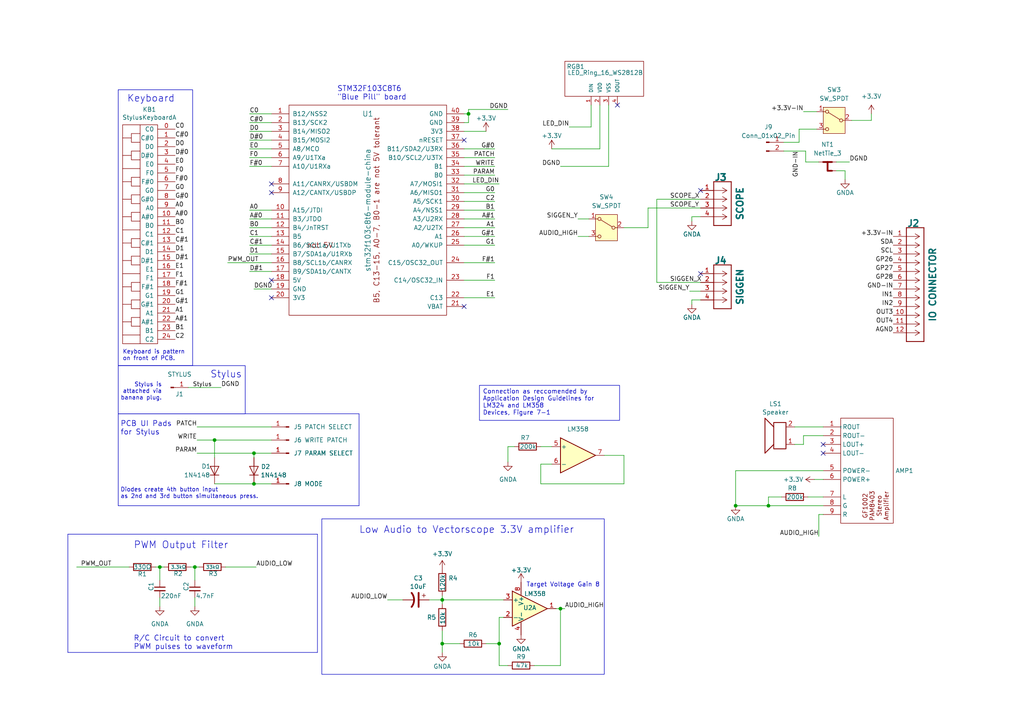
<source format=kicad_sch>
(kicad_sch (version 20231120) (generator "eeschema") (generator_version "8.0")
  (paper "A4")
  (title_block (title "Vectorscope Synthesizer") (date "2025-02-02") (rev "0.5") (company "SoftEgg") (comment 1 "Version 0.2 - T.B. Trzepacz @ SoftEgg  2024-4-7") (comment 2 "Version 0.3 - Thea @ Aisler 2024-4-8") (comment 3 "Version 0.4 - T. B. Trzepacz @ SoftEgg 2024-4-11") (comment 4 "Version 0.5 - SEGFAULT 2025-02-02"))
  (lib_symbols
    (symbol ".vector:CAP_POL" (pin_numbers hide) (pin_names (offset 0.254) hide)
      (property "Reference" "C" (at 0.635 2.54 0))
      (property "Value" "CAP_POL" (at 0.635 -2.54 0))
      (symbol "CAP_POL_0_1"
        (polyline (pts (xy -2.032 0.762) (xy 2.032 0.762)) (stroke (width 0.508)))
        (polyline (pts (xy -1.778 2.286) (xy -0.762 2.286)))
        (polyline (pts (xy -1.27 1.778) (xy -1.27 2.794)))
        (arc (start 2.032 -1.27) (mid 0 -0.5572) (end -2.032 -1.27) (stroke (width 0.508)))
      )
      (symbol "CAP_POL_1_1"
        (pin passive line (at 0 3.81 270) (length 2.794) (name "~") (number "1"))
        (pin passive line (at 0 -3.81 90) (length 3.302) (name "~") (number "2"))
      )
    )
    (symbol ".vector:GNDA" (power) (pin_names (offset 0))
      (property "Value" "GNDA" (at 0 -3.81 0))
      (symbol "GNDA_0_1"
        (polyline (pts (xy 0 0) (xy 0 -1.27) (xy 1.27 -1.27) (xy 0 -2.54) (xy -1.27 -1.27) (xy 0 -1.27)))
      )
      (symbol "GNDA_1_1"
        (pin power_in line (at 0 0 270) (length 0) hide (name "GNDA") (number "1"))
      )
    )
    (symbol ".vector:IO_JACK_M04" (pin_names (offset 1.016) hide)
      (property "Reference" "J" (at 2.54 7.62 0))
      (property "Value" "IO_JACK_M04" (at 2.54 -7.62 0))
      (symbol "IO_JACK_M04_1_1"
        (polyline (pts (xy -2.54 -6.35) (xy 2.54 -6.35)) (stroke (width 0.254)))
        (polyline (pts (xy -2.54 -3.81) (xy 1.27 -3.81)) (stroke (width 0.1524)))
        (polyline (pts (xy -2.54 -1.27) (xy 1.27 -1.27)) (stroke (width 0.1524)))
        (polyline (pts (xy -2.54 1.27) (xy 1.27 1.27)) (stroke (width 0.1524)))
        (polyline (pts (xy -2.54 3.81) (xy 1.27 3.81)) (stroke (width 0.1524)))
        (polyline (pts (xy -2.54 6.35) (xy -2.54 -6.35)) (stroke (width 0.254)))
        (polyline (pts (xy -2.54 6.35) (xy 2.54 6.35)) (stroke (width 0.254)))
        (polyline (pts (xy 1.27 -3.81) (xy 0 -4.572)) (stroke (width 0.1524)))
        (polyline (pts (xy 1.27 -3.81) (xy 0 -3.048)) (stroke (width 0.1524)))
        (polyline (pts (xy 1.27 -1.27) (xy 0 -2.032)) (stroke (width 0.1524)))
        (polyline (pts (xy 1.27 -1.27) (xy 0 -0.508)) (stroke (width 0.1524)))
        (polyline (pts (xy 1.27 1.27) (xy 0 0.508)) (stroke (width 0.1524)))
        (polyline (pts (xy 1.27 1.27) (xy 0 2.032)) (stroke (width 0.1524)))
        (polyline (pts (xy 1.27 3.81) (xy 0 3.048)) (stroke (width 0.1524)))
        (polyline (pts (xy 1.27 3.81) (xy 0 4.572)) (stroke (width 0.1524)))
        (polyline (pts (xy 2.54 6.35) (xy 2.54 -6.35)) (stroke (width 0.254)))
        (pin passive line (at -6.35 3.81 0) (length 3.81) (name "Pin_1") (number "1"))
        (pin passive line (at -6.35 1.27 0) (length 3.81) (name "Pin_2") (number "2"))
        (pin passive line (at -6.35 -1.27 0) (length 3.81) (name "Pin_3") (number "3"))
        (pin passive line (at -6.35 -3.81 0) (length 3.81) (name "Pin_4") (number "4"))
      )
    )
    (symbol ".vector:IO_JACK_M12" (pin_names (offset 1.016) hide)
      (property "Reference" "J" (at 0 17.78 0))
      (property "Value" "IO_JACK_M12" (at 0 -17.78 0))
      (symbol "IO_JACK_M12_1_1"
        (polyline (pts (xy -5.08 -16.51) (xy 0 -16.51)) (stroke (width 0.254)))
        (polyline (pts (xy -5.08 -13.97) (xy -1.27 -13.97)) (stroke (width 0.1524)))
        (polyline (pts (xy -5.08 -11.43) (xy -1.27 -11.43)) (stroke (width 0.1524)))
        (polyline (pts (xy -5.08 -8.89) (xy -1.27 -8.89)) (stroke (width 0.1524)))
        (polyline (pts (xy -5.08 -6.35) (xy -1.27 -6.35)) (stroke (width 0.1524)))
        (polyline (pts (xy -5.08 -3.81) (xy -1.27 -3.81)) (stroke (width 0.1524)))
        (polyline (pts (xy -5.08 -1.27) (xy -1.27 -1.27)) (stroke (width 0.1524)))
        (polyline (pts (xy -5.08 1.27) (xy -1.27 1.27)) (stroke (width 0.1524)))
        (polyline (pts (xy -5.08 3.81) (xy -1.27 3.81)) (stroke (width 0.1524)))
        (polyline (pts (xy -5.08 6.35) (xy -1.27 6.35)) (stroke (width 0.1524)))
        (polyline (pts (xy -5.08 8.89) (xy -1.27 8.89)) (stroke (width 0.1524)))
        (polyline (pts (xy -5.08 11.43) (xy -1.27 11.43)) (stroke (width 0.1524)))
        (polyline (pts (xy -5.08 13.97) (xy -1.27 13.97)) (stroke (width 0.1524)))
        (polyline (pts (xy -5.08 16.51) (xy -5.08 -16.51)) (stroke (width 0.254)))
        (polyline (pts (xy -5.08 16.51) (xy 0 16.51)) (stroke (width 0.254)))
        (polyline (pts (xy -1.27 -13.97) (xy -2.54 -14.732)) (stroke (width 0.1524)))
        (polyline (pts (xy -1.27 -13.97) (xy -2.54 -13.208)) (stroke (width 0.1524)))
        (polyline (pts (xy -1.27 -11.43) (xy -2.54 -12.192)) (stroke (width 0.1524)))
        (polyline (pts (xy -1.27 -11.43) (xy -2.54 -10.668)) (stroke (width 0.1524)))
        (polyline (pts (xy -1.27 -8.89) (xy -2.54 -9.652)) (stroke (width 0.1524)))
        (polyline (pts (xy -1.27 -8.89) (xy -2.54 -8.128)) (stroke (width 0.1524)))
        (polyline (pts (xy -1.27 -6.35) (xy -2.54 -7.112)) (stroke (width 0.1524)))
        (polyline (pts (xy -1.27 -6.35) (xy -2.54 -5.588)) (stroke (width 0.1524)))
        (polyline (pts (xy -1.27 -3.81) (xy -2.54 -4.572)) (stroke (width 0.1524)))
        (polyline (pts (xy -1.27 -3.81) (xy -2.54 -3.048)) (stroke (width 0.1524)))
        (polyline (pts (xy -1.27 -1.27) (xy -2.54 -2.032)) (stroke (width 0.1524)))
        (polyline (pts (xy -1.27 -1.27) (xy -2.54 -0.508)) (stroke (width 0.1524)))
        (polyline (pts (xy -1.27 1.27) (xy -2.54 0.508)) (stroke (width 0.1524)))
        (polyline (pts (xy -1.27 1.27) (xy -2.54 2.032)) (stroke (width 0.1524)))
        (polyline (pts (xy -1.27 3.81) (xy -2.54 3.048)) (stroke (width 0.1524)))
        (polyline (pts (xy -1.27 3.81) (xy -2.54 4.572)) (stroke (width 0.1524)))
        (polyline (pts (xy -1.27 6.35) (xy -2.54 5.588)) (stroke (width 0.1524)))
        (polyline (pts (xy -1.27 6.35) (xy -2.54 7.112)) (stroke (width 0.1524)))
        (polyline (pts (xy -1.27 8.89) (xy -2.54 8.128)) (stroke (width 0.1524)))
        (polyline (pts (xy -1.27 8.89) (xy -2.54 9.652)) (stroke (width 0.1524)))
        (polyline (pts (xy -1.27 11.43) (xy -2.54 10.668)) (stroke (width 0.1524)))
        (polyline (pts (xy -1.27 11.43) (xy -2.54 12.192)) (stroke (width 0.1524)))
        (polyline (pts (xy -1.27 13.97) (xy -2.54 13.208)) (stroke (width 0.1524)))
        (polyline (pts (xy -1.27 13.97) (xy -2.54 14.732)) (stroke (width 0.1524)))
        (polyline (pts (xy 0 16.51) (xy 0 -16.51)) (stroke (width 0.254)))
        (pin passive line (at -8.89 13.97 0) (length 3.81) (name "~") (number "1"))
        (pin passive line (at -8.89 -8.89 0) (length 3.81) (name "~") (number "10"))
        (pin passive line (at -8.89 -11.43 0) (length 3.81) (name "~") (number "11"))
        (pin passive line (at -8.89 -13.97 0) (length 3.81) (name "~") (number "12"))
        (pin passive line (at -8.89 11.43 0) (length 3.81) (name "~") (number "2"))
        (pin passive line (at -8.89 8.89 0) (length 3.81) (name "~") (number "3"))
        (pin passive line (at -8.89 6.35 0) (length 3.81) (name "~") (number "4"))
        (pin passive line (at -8.89 3.81 0) (length 3.81) (name "~") (number "5"))
        (pin passive line (at -8.89 1.27 0) (length 3.81) (name "~") (number "6"))
        (pin passive line (at -8.89 -1.27 0) (length 3.81) (name "~") (number "7"))
        (pin passive line (at -8.89 -3.81 0) (length 3.81) (name "~") (number "8"))
        (pin passive line (at -8.89 -6.35 0) (length 3.81) (name "~") (number "9"))
      )
    )
    (symbol ".vector:Speaker" (pin_names (offset 0.002) hide)
      (property "Reference" "LS" (at 1.27 5.715 0))
      (property "Value" "Speaker" (at 1.27 3.81 0))
      (symbol "Speaker_0_0"
        (rectangle (start -2.54 2.54) (end 1.016 -5.08) (stroke (width 0.254)))
        (polyline (pts (xy 1.016 1.27) (xy 3.556 3.81) (xy 3.556 -6.35) (xy 1.016 -3.81)) (stroke (width 0.254)))
      )
      (symbol "Speaker_1_1"
        (pin input line (at -5.08 1.27 0) (length 2.54) (name "1") (number "1"))
        (pin input line (at -5.08 -3.81 0) (length 2.54) (name "2") (number "2"))
      )
    )
    (symbol "Amplifier_Operational:LM358" (pin_names (offset 0.127))
      (property "Reference" "U" (at 0 5.08 0))
      (property "Value" "LM358" (at 0 -5.08 0))
      (symbol "LM358_1_1"
        (polyline (pts (xy -5.08 5.08) (xy 5.08 0) (xy -5.08 -5.08) (xy -5.08 5.08)) (stroke (width 0.254)) (fill (type background)))
        (pin output line (at 7.62 0 180) (length 2.54) (name "~") (number "1"))
        (pin input line (at -7.62 -2.54 0) (length 2.54) (name "-") (number "2"))
        (pin input line (at -7.62 2.54 0) (length 2.54) (name "+") (number "3"))
      )
      (symbol "LM358_2_1"
        (polyline (pts (xy -5.08 5.08) (xy 5.08 0) (xy -5.08 -5.08) (xy -5.08 5.08)) (stroke (width 0.254)) (fill (type background)))
        (pin input line (at -7.62 2.54 0) (length 2.54) (name "+") (number "5"))
        (pin input line (at -7.62 -2.54 0) (length 2.54) (name "-") (number "6"))
        (pin output line (at 7.62 0 180) (length 2.54) (name "~") (number "7"))
      )
      (symbol "LM358_3_1"
        (pin power_in line (at -2.54 -7.62 90) (length 3.81) (name "V-") (number "4"))
        (pin power_in line (at -2.54 7.62 270) (length 3.81) (name "V+") (number "8"))
      )
    )
    (symbol "Connector:Conn_01x02_Pin" (pin_names (offset 1.016) hide)
      (property "Reference" "J" (at 0 2.54 0))
      (property "Value" "Conn_01x02_Pin" (at 0 -5.08 0))
      (symbol "Conn_01x02_Pin_1_1"
        (polyline (pts (xy 1.27 -2.54) (xy 0.8636 -2.54)) (stroke (width 0.1524)))
        (polyline (pts (xy 1.27 0) (xy 0.8636 0)) (stroke (width 0.1524)))
        (rectangle (start 0.8636 -2.413) (end 0 -2.667) (stroke (width 0.1524)) (fill (type outline)))
        (rectangle (start 0.8636 0.127) (end 0 -0.127) (stroke (width 0.1524)) (fill (type outline)))
        (pin passive line (at 5.08 0 180) (length 3.81) (name "Pin_1") (number "1"))
        (pin passive line (at 5.08 -2.54 180) (length 3.81) (name "Pin_2") (number "2"))
      )
    )
    (symbol "Device:NetTie_3" (pin_numbers hide) (pin_names (offset 0) hide) (in_bom no)
      (property "Reference" "NT" (at 0 1.27 0))
      (property "Value" "NetTie_3" (at 0 -3.81 0))
      (symbol "NetTie_3_0_1"
        (polyline (pts (xy -1.27 0) (xy 1.27 0)) (stroke (width 0.508)))
        (polyline (pts (xy 0 0) (xy 0 -2.54) (xy -1.27 -2.54)) (stroke (width 0.508)))
      )
      (symbol "NetTie_3_1_1"
        (pin passive line (at -2.54 0 0) (length 2.54) (name "1") (number "1"))
        (pin passive line (at 2.54 0 180) (length 2.54) (name "2") (number "2"))
        (pin passive line (at -2.54 -2.54 0) (length 2.54) (name "3") (number "3"))
      )
    )
    (symbol "Device:R" (pin_numbers hide) (pin_names (offset 0))
      (property "Reference" "R" (at 2.032 0 90))
      (property "Value" "R" (at 0 0 90))
      (symbol "R_0_1"
        (rectangle (start -1.016 -2.54) (end 1.016 2.54) (stroke (width 0.254)))
      )
      (symbol "R_1_1"
        (pin passive line (at 0 3.81 270) (length 1.27) (name "~") (number "1"))
        (pin passive line (at 0 -3.81 90) (length 1.27) (name "~") (number "2"))
      )
    )
    (symbol "GNDA_2" (power) (pin_names (offset 0))
      (property "Value" "GNDA_2" (at 0 -3.81 0))
      (symbol "GNDA_2_0_1"
        (polyline (pts (xy 0 0) (xy 0 -1.27) (xy 1.27 -1.27) (xy 0 -2.54) (xy -1.27 -1.27) (xy 0 -1.27)))
      )
      (symbol "GNDA_2_1_1"
        (pin power_in line (at 0 0 270) (length 0) hide (name "GNDA") (number "1"))
      )
    )
    (symbol "SoftEgg:GF1002-PAM8403_Amplifier_Module"
      (property "Reference" "AMP" (at 0 12.7 0))
      (symbol "GF1002-PAM8403_Amplifier_Module_0_1"
        (rectangle (start -2.54 15.24) (end 27.94 0))
      )
      (symbol "GF1002-PAM8403_Amplifier_Module_1_1"
        (text "GF1002\nPAM8403\nStereo\nAmplifier" (at 22.86 10.16 0) (effects (font (size 1.27 1.27))))
        (pin output line (at 0 -5.08 90) (length 5.08) (name "ROUT") (number "1"))
        (pin output line (at 2.54 -5.08 90) (length 5.08) (name "ROUT-") (number "2"))
        (pin output line (at 5.08 -5.08 90) (length 5.08) (name "LOUT+") (number "3"))
        (pin output line (at 7.62 -5.08 90) (length 5.08) (name "LOUT-") (number "4"))
        (pin power_in line (at 12.7 -5.08 90) (length 5.08) (name "POWER-") (number "5"))
        (pin power_in line (at 15.24 -5.08 90) (length 5.08) (name "POWER+") (number "6"))
        (pin input line (at 20.32 -5.08 90) (length 5.08) (name "L") (number "7"))
        (pin input line (at 22.86 -5.08 90) (length 5.08) (name "G") (number "8"))
        (pin input line (at 25.4 -5.08 90) (length 5.08) (name "R") (number "9"))
      )
    )
    (symbol "SoftEgg:LED_Ring_16_WS2812B" (pin_names (offset 1.016))
      (property "Reference" "RGB" (at -7.62 8.636 0))
      (property "Value" "LED_Ring_16_WS2812B" (at -7.62 10.668 0))
      (symbol "LED_Ring_16_WS2812B_0_1"
        (rectangle (start -7.62 12.7) (end 15.24 2.54))
      )
      (symbol "LED_Ring_16_WS2812B_1_0"
        (pin input line (at 0 0 90) (length 2.54) (name "DIN") (number "1"))
        (pin power_in line (at 2.54 0 90) (length 2.54) (name "VDD") (number "2"))
        (pin power_in line (at 5.08 0 90) (length 2.54) (name "VSS") (number "3"))
        (pin output line (at 7.62 0 90) (length 2.54) (name "DOUT") (number "4"))
      )
    )
    (symbol "SoftEggKicadLib:StylusKeyboardA" (pin_names (offset 1.016))
      (property "Reference" "KB" (at -10.16 3.81 0))
      (property "Value" "StylusKeyboardA" (at -16.51 -29.21 90))
      (symbol "StylusKeyboardA_0_1"
        (rectangle (start -10.16 -54.61) (end -12.7 -57.15))
        (rectangle (start -10.16 -49.53) (end -12.7 -52.07))
        (rectangle (start -10.16 -44.45) (end -12.7 -46.99))
        (rectangle (start -10.16 -36.83) (end -12.7 -39.37))
        (rectangle (start -10.16 -31.75) (end -12.7 -34.29))
        (rectangle (start -10.16 -24.13) (end -12.7 -26.67))
        (rectangle (start -10.16 -19.05) (end -12.7 -21.59))
        (rectangle (start -10.16 -13.97) (end -12.7 -16.51))
        (rectangle (start -10.16 -6.35) (end -12.7 -8.89))
        (rectangle (start -10.16 -1.27) (end -12.7 -3.81))
        (rectangle (start -5.08 1.27) (end -15.24 -62.23))
        (polyline (pts (xy -15.24 -59.69) (xy -10.16 -59.69)))
        (polyline (pts (xy -15.24 -55.88) (xy -12.7 -55.88)))
        (polyline (pts (xy -15.24 -50.8) (xy -12.7 -50.8)))
        (polyline (pts (xy -15.24 -45.72) (xy -12.7 -45.72)))
        (polyline (pts (xy -15.24 -41.91) (xy -10.16 -41.91)))
        (polyline (pts (xy -15.24 -38.1) (xy -12.7 -38.1)))
        (polyline (pts (xy -15.24 -33.02) (xy -12.7 -33.02)))
        (polyline (pts (xy -15.24 -29.21) (xy -10.16 -29.21)))
        (polyline (pts (xy -15.24 -25.4) (xy -15.24 -25.4)))
        (polyline (pts (xy -15.24 -20.32) (xy -12.7 -20.32)))
        (polyline (pts (xy -15.24 -11.43) (xy -10.16 -11.43)))
        (polyline (pts (xy -12.7 -25.4) (xy -15.24 -25.4)))
        (polyline (pts (xy -12.7 -15.24) (xy -15.24 -15.24)))
        (polyline (pts (xy -12.7 -15.24) (xy -12.7 -15.24)))
        (polyline (pts (xy -12.7 -7.62) (xy -15.24 -7.62)))
        (polyline (pts (xy -12.7 -2.54) (xy -15.24 -2.54)))
        (polyline (pts (xy -10.16 -57.15) (xy -10.16 -62.23)))
        (polyline (pts (xy -10.16 -52.07) (xy -10.16 -54.61)))
        (polyline (pts (xy -10.16 -46.99) (xy -10.16 -49.53)))
        (polyline (pts (xy -10.16 -39.37) (xy -10.16 -44.45)))
        (polyline (pts (xy -10.16 -34.29) (xy -10.16 -36.83)))
        (polyline (pts (xy -10.16 -26.67) (xy -10.16 -31.75)))
        (polyline (pts (xy -10.16 -21.59) (xy -10.16 -24.13)))
        (polyline (pts (xy -10.16 -16.51) (xy -10.16 -19.05)))
        (polyline (pts (xy -10.16 -3.81) (xy -10.16 -6.35)))
        (polyline (pts (xy -10.16 1.27) (xy -10.16 -1.27)))
        (polyline (pts (xy -10.16 -8.89) (xy -10.16 -13.97) (xy -10.16 -11.43)))
      )
      (symbol "StylusKeyboardA_1_1"
        (pin input line (at 0 0 180) (length 5.08) (name "C0") (number "0"))
        (pin input line (at 0 -2.54 180) (length 5.08) (name "C#0") (number "1"))
        (pin input line (at 0 -25.4 180) (length 5.08) (name "A#0") (number "10"))
        (pin input line (at 0 -27.94 180) (length 5.08) (name "B0") (number "11"))
        (pin input line (at 0 -30.48 180) (length 5.08) (name "C1") (number "12"))
        (pin input line (at 0 -33.02 180) (length 5.08) (name "C#1") (number "13"))
        (pin input line (at 0 -35.56 180) (length 5.08) (name "D1") (number "14"))
        (pin input line (at 0 -38.1 180) (length 5.08) (name "D#1") (number "15"))
        (pin input line (at 0 -40.64 180) (length 5.08) (name "E1") (number "16"))
        (pin input line (at 0 -43.18 180) (length 5.08) (name "F1") (number "17"))
        (pin input line (at 0 -45.72 180) (length 5.08) (name "F#1") (number "18"))
        (pin input line (at 0 -48.26 180) (length 5.08) (name "G1") (number "19"))
        (pin input line (at 0 -5.08 180) (length 5.08) (name "D0") (number "2"))
        (pin input line (at 0 -50.8 180) (length 5.08) (name "G#1") (number "20"))
        (pin input line (at 0 -53.34 180) (length 5.08) (name "A1") (number "21"))
        (pin input line (at 0 -55.88 180) (length 5.08) (name "A#1") (number "22"))
        (pin input line (at 0 -58.42 180) (length 5.08) (name "B1") (number "23"))
        (pin input line (at 0 -60.96 180) (length 5.08) (name "C2") (number "24"))
        (pin input line (at 0 -7.62 180) (length 5.08) (name "D#0") (number "3"))
        (pin input line (at 0 -10.16 180) (length 5.08) (name "E0") (number "4"))
        (pin input line (at 0 -12.7 180) (length 5.08) (name "F0") (number "5"))
        (pin input line (at 0 -15.24 180) (length 5.08) (name "F#0") (number "6"))
        (pin input line (at 0 -17.78 180) (length 5.08) (name "G0") (number "7"))
        (pin input line (at 0 -20.32 180) (length 5.08) (name "G#0") (number "8"))
        (pin input line (at 0 -22.86 180) (length 5.08) (name "A0") (number "9"))
      )
    )
    (symbol "Stylish-Belt-Synth---Full-rescue:1N4148-diode" (pin_numbers hide) (pin_names (offset 1.016) hide)
      (property "Reference" "D" (at 0 2.54 0))
      (property "Value" "1N4148-diode" (at 0 -2.54 0))
      (symbol "1N4148-diode_0_1"
        (polyline (pts (xy -1.27 1.27) (xy -1.27 -1.27)) (stroke (width 0.2032)))
        (polyline (pts (xy 1.27 0) (xy -1.27 0)))
        (polyline (pts (xy 1.27 1.27) (xy 1.27 -1.27) (xy -1.27 0) (xy 1.27 1.27)) (stroke (width 0.2032)))
      )
      (symbol "1N4148-diode_1_1"
        (pin passive line (at -3.81 0 0) (length 2.54) (name "K") (number "1"))
        (pin passive line (at 3.81 0 180) (length 2.54) (name "A") (number "2"))
      )
    )
    (symbol "Stylish-Belt-Synth---Full-rescue:C_Small-device" (pin_numbers hide) (pin_names (offset 0.254) hide)
      (property "Reference" "C" (at 0.254 1.778 0))
      (property "Value" "C_Small-device" (at 0.254 -2.032 0))
      (symbol "C_Small-device_0_1"
        (polyline (pts (xy -1.524 -0.508) (xy 1.524 -0.508)) (stroke (width 0.3302)))
        (polyline (pts (xy -1.524 0.508) (xy 1.524 0.508)) (stroke (width 0.3048)))
      )
      (symbol "C_Small-device_1_1"
        (pin passive line (at 0 2.54 270) (length 2.032) (name "~") (number "1"))
        (pin passive line (at 0 -2.54 90) (length 2.032) (name "~") (number "2"))
      )
    )
    (symbol "Stylish-Belt-Synth---Full-rescue:Conn_01x01_Male-conn" (pin_names (offset 1.016) hide)
      (property "Reference" "J" (at 0 2.54 0))
      (property "Value" "Conn_01x01_Male-conn" (at 0 -2.54 0))
      (symbol "Conn_01x01_Male-conn_1_1"
        (polyline (pts (xy 1.27 0) (xy 0.8636 0)) (stroke (width 0.1524)))
        (rectangle (start 0.8636 0.127) (end 0 -0.127) (stroke (width 0.1524)) (fill (type outline)))
        (pin passive line (at 5.08 0 180) (length 3.81) (name "Pin_1") (number "1"))
      )
    )
    (symbol "Stylish-Belt-Synth---Full-rescue:R-device" (pin_numbers hide) (pin_names (offset 0))
      (property "Reference" "R" (at 2.032 0 90))
      (property "Value" "R-device" (at 0 0 90))
      (symbol "R-device_0_1"
        (rectangle (start -1.016 -2.54) (end 1.016 2.54) (stroke (width 0.254)))
      )
      (symbol "R-device_1_1"
        (pin passive line (at 0 3.81 270) (length 1.27) (name "~") (number "1"))
        (pin passive line (at 0 -3.81 90) (length 1.27) (name "~") (number "2"))
      )
    )
    (symbol "Stylish-Belt-Synth---Full-rescue:stm32f103c8t6-module-china-stm32f103c8t6-module-china" (pin_names (offset 1.016))
      (property "Reference" "U1" (at 0 27.94 0))
      (property "Value" "stm32f103c8t6-module-china" (at 0 0 90))
      (symbol "stm32f103c8t6-module-china-stm32f103c8t6-module-china_0_0"
        (text "B5, C13-15, A0-7, B0-1 are not 5V tolerant" (at 2.54 0 900) (effects (font (size 1.524 1.524))))
      )
      (symbol "stm32f103c8t6-module-china-stm32f103c8t6-module-china_0_1"
        (rectangle (start -22.86 30.48) (end 22.86 -30.48))
      )
      (symbol "stm32f103c8t6-module-china-stm32f103c8t6-module-china_1_0"
        (text "not 5V" (at -17.78 -10.16 0) (effects (font (size 1.524 1.524)) (justify left)))
      )
      (symbol "stm32f103c8t6-module-china-stm32f103c8t6-module-china_1_1"
        (pin bidirectional line (at -27.94 27.94 0) (length 5.08) (name "B12/NSS2") (number "1"))
        (pin bidirectional line (at -27.94 0 0) (length 5.08) (name "A15/JTDI") (number "10"))
        (pin bidirectional line (at -27.94 -2.54 0) (length 5.08) (name "B3/JTDO") (number "11"))
        (pin bidirectional line (at -27.94 -5.08 0) (length 5.08) (name "B4/JnTRST") (number "12"))
        (pin bidirectional line (at -27.94 -7.62 0) (length 5.08) (name "B5") (number "13"))
        (pin bidirectional line (at -27.94 -10.16 0) (length 5.08) (name "B6/SCL1a/U1TXb") (number "14"))
        (pin bidirectional line (at -27.94 -12.7 0) (length 5.08) (name "B7/SDA1a/U1RXb") (number "15"))
        (pin bidirectional line (at -27.94 -15.24 0) (length 5.08) (name "B8/SCL1b/CANRX") (number "16"))
        (pin bidirectional line (at -27.94 -17.78 0) (length 5.08) (name "B9/SDA1b/CANTX") (number "17"))
        (pin power_in line (at -27.94 -20.32 0) (length 5.08) (name "5V") (number "18"))
        (pin passive line (at -27.94 -22.86 0) (length 5.08) (name "GND") (number "19"))
        (pin bidirectional line (at -27.94 25.4 0) (length 5.08) (name "B13/SCK2") (number "2"))
        (pin power_out line (at -27.94 -25.4 0) (length 5.08) (name "3V3") (number "20"))
        (pin power_in line (at 27.94 -27.94 180) (length 5.08) (name "VBAT") (number "21"))
        (pin bidirectional line (at 27.94 -25.4 180) (length 5.08) (name "C13") (number "22"))
        (pin bidirectional line (at 27.94 -20.32 180) (length 5.08) (name "C14/OSC32_IN") (number "23"))
        (pin bidirectional line (at 27.94 -15.24 180) (length 5.08) (name "C15/OSC32_OUT") (number "24"))
        (pin bidirectional line (at 27.94 -10.16 180) (length 5.08) (name "A0/WKUP") (number "25"))
        (pin bidirectional line (at 27.94 -7.62 180) (length 5.08) (name "A1") (number "26"))
        (pin bidirectional line (at 27.94 -5.08 180) (length 5.08) (name "A2/U2TX") (number "27"))
        (pin bidirectional line (at 27.94 -2.54 180) (length 5.08) (name "A3/U2RX") (number "28"))
        (pin bidirectional line (at 27.94 0 180) (length 5.08) (name "A4/NSS1") (number "29"))
        (pin bidirectional line (at -27.94 22.86 0) (length 5.08) (name "B14/MISO2") (number "3"))
        (pin bidirectional line (at 27.94 2.54 180) (length 5.08) (name "A5/SCK1") (number "30"))
        (pin bidirectional line (at 27.94 5.08 180) (length 5.08) (name "A6/MISO1") (number "31"))
        (pin bidirectional line (at 27.94 7.62 180) (length 5.08) (name "A7/MOSI1") (number "32"))
        (pin bidirectional line (at 27.94 10.16 180) (length 5.08) (name "B0") (number "33"))
        (pin bidirectional line (at 27.94 12.7 180) (length 5.08) (name "B1") (number "34"))
        (pin bidirectional line (at 27.94 15.24 180) (length 5.08) (name "B10/SCL2/U3TX") (number "35"))
        (pin bidirectional line (at 27.94 17.78 180) (length 5.08) (name "B11/SDA2/U3RX") (number "36"))
        (pin bidirectional line (at 27.94 20.32 180) (length 5.08) (name "nRESET") (number "37"))
        (pin power_out line (at 27.94 22.86 180) (length 5.08) (name "3V3") (number "38"))
        (pin passive line (at 27.94 25.4 180) (length 5.08) (name "GND") (number "39"))
        (pin bidirectional line (at -27.94 20.32 0) (length 5.08) (name "B15/MOSI2") (number "4"))
        (pin passive line (at 27.94 27.94 180) (length 5.08) (name "GND") (number "40"))
        (pin bidirectional line (at -27.94 17.78 0) (length 5.08) (name "A8/MCO") (number "5"))
        (pin bidirectional line (at -27.94 15.24 0) (length 5.08) (name "A9/U1TXa") (number "6"))
        (pin bidirectional line (at -27.94 12.7 0) (length 5.08) (name "A10/U1RXa") (number "7"))
        (pin bidirectional line (at -27.94 7.62 0) (length 5.08) (name "A11/CANRX/USBDM") (number "8"))
        (pin bidirectional line (at -27.94 5.08 0) (length 5.08) (name "A12/CANTX/USBDP") (number "9"))
      )
    )
    (symbol "Switch:SW_SPDT" (pin_names (offset 0) hide)
      (property "Reference" "SW" (at 0 5.08 0))
      (property "Value" "SW_SPDT" (at 0 -5.08 0))
      (symbol "SW_SPDT_0_1"
        (circle (center -2.032 0) (radius 0.4572))
        (polyline (pts (xy -1.651 0.254) (xy 1.651 2.286)))
        (circle (center 2.032 -2.54) (radius 0.4572))
        (circle (center 2.032 2.54) (radius 0.4572))
      )
      (symbol "SW_SPDT_1_1"
        (rectangle (start -3.175 3.81) (end 3.175 -3.81) (fill (type background)))
        (pin passive line (at 5.08 2.54 180) (length 2.54) (name "A") (number "1"))
        (pin passive line (at -5.08 0 0) (length 2.54) (name "B") (number "2"))
        (pin passive line (at 5.08 -2.54 180) (length 2.54) (name "C") (number "3"))
      )
    )
    (symbol "power:+3.3V" (power) (pin_names (offset 0))
      (property "Value" "+3.3V" (at 0 3.556 0))
      (symbol "+3.3V_0_1"
        (polyline (pts (xy -0.762 1.27) (xy 0 2.54)))
        (polyline (pts (xy 0 0) (xy 0 2.54)))
        (polyline (pts (xy 0 2.54) (xy 0.762 1.27)))
      )
      (symbol "+3.3V_1_1"
        (pin power_in line (at 0 0 90) (length 0) hide (name "+3.3V") (number "1"))
      )
    )
    (symbol "power:GNDA" (power) (pin_names (offset 0))
      (property "Value" "GNDA" (at 0 -3.81 0))
      (symbol "GNDA_0_1"
        (polyline (pts (xy 0 0) (xy 0 -1.27) (xy 1.27 -1.27) (xy 0 -2.54) (xy -1.27 -1.27) (xy 0 -1.27)))
      )
      (symbol "GNDA_1_1"
        (pin power_in line (at 0 0 270) (length 0) hide (name "GNDA") (number "1"))
      )
    )
  )
  (junction (at 73.66 131.445))
  (junction (at 135.89 33.02))
  (junction (at 56.515 164.465))
  (junction (at 46.355 164.465))
  (junction (at 213.36 146.685))
  (junction (at 222.885 146.685))
  (junction (at 128.27 186.69))
  (junction (at 62.23 127.635))
  (junction (at 144.78 186.69))
  (junction (at 73.66 140.335))
  (junction (at 128.27 173.99))
  (junction (at 162.56 176.53))
  (no_connect (at 78.74 86.36))
  (no_connect (at 134.62 40.64))
  (no_connect (at 238.76 128.905))
  (no_connect (at 78.74 55.88))
  (no_connect (at 203.2 79.375))
  (no_connect (at 78.74 81.28))
  (no_connect (at 203.2 55.245))
  (no_connect (at 134.62 88.9))
  (no_connect (at 78.74 53.34))
  (no_connect (at 179.07 30.48))
  (no_connect (at 238.76 131.445))
  (wire (pts (xy 190.5 57.785) (xy 190.5 81.915)))
  (wire (pts (xy 134.62 55.88) (xy 143.51 55.88)))
  (wire (pts (xy 176.53 48.26) (xy 176.53 30.48)))
  (polyline (pts (xy 92.075 154.94) (xy 92.075 189.23)))
  (polyline (pts (xy 104.14 120.015) (xy 104.14 146.685)))
  (wire (pts (xy 78.74 127.635) (xy 62.23 127.635)))
  (wire (pts (xy 62.23 140.335) (xy 73.66 140.335)))
  (wire (pts (xy 72.39 38.1) (xy 78.74 38.1)))
  (wire (pts (xy 144.78 186.69) (xy 140.97 186.69)))
  (wire (pts (xy 156.845 129.54) (xy 160.02 129.54)))
  (wire (pts (xy 246.38 46.99) (xy 242.57 46.99)))
  (wire (pts (xy 134.62 63.5) (xy 143.51 63.5)))
  (wire (pts (xy 22.225 164.465) (xy 37.465 164.465)))
  (wire (pts (xy 233.045 32.385) (xy 236.855 32.385)))
  (wire (pts (xy 173.99 43.18) (xy 173.99 30.48)))
  (wire (pts (xy 72.39 45.72) (xy 78.74 45.72)))
  (wire (pts (xy 200.025 84.455) (xy 203.2 84.455)))
  (wire (pts (xy 200.66 62.865) (xy 203.2 62.865)))
  (wire (pts (xy 180.975 66.04) (xy 187.96 66.04)))
  (wire (pts (xy 227.33 41.275) (xy 231.775 41.275)))
  (wire (pts (xy 134.62 86.36) (xy 143.51 86.36)))
  (wire (pts (xy 72.39 73.66) (xy 78.74 73.66)))
  (wire (pts (xy 234.315 144.145) (xy 238.76 144.145)))
  (wire (pts (xy 134.62 45.72) (xy 143.51 45.72)))
  (wire (pts (xy 187.96 60.325) (xy 203.2 60.325)))
  (wire (pts (xy 190.5 81.915) (xy 203.2 81.915)))
  (wire (pts (xy 73.66 131.445) (xy 78.74 131.445)))
  (wire (pts (xy 128.27 172.72) (xy 128.27 173.99)))
  (wire (pts (xy 73.66 140.335) (xy 78.74 140.335)))
  (wire (pts (xy 72.39 66.04) (xy 78.74 66.04)))
  (wire (pts (xy 72.39 60.96) (xy 78.74 60.96)))
  (wire (pts (xy 134.62 43.18) (xy 143.51 43.18)))
  (wire (pts (xy 134.62 66.04) (xy 143.51 66.04)))
  (wire (pts (xy 245.11 52.07) (xy 245.11 49.53)))
  (polyline (pts (xy 92.075 189.23) (xy 19.685 189.23)))
  (polyline (pts (xy 19.685 154.94) (xy 19.685 189.23)))
  (wire (pts (xy 128.27 186.69) (xy 133.35 186.69)))
  (wire (pts (xy 134.62 71.12) (xy 143.51 71.12)))
  (wire (pts (xy 134.62 60.96) (xy 143.51 60.96)))
  (wire (pts (xy 180.975 132.08) (xy 175.26 132.08)))
  (wire (pts (xy 135.89 35.56) (xy 135.89 33.02)))
  (wire (pts (xy 233.045 126.365) (xy 238.76 126.365)))
  (wire (pts (xy 72.39 68.58) (xy 78.74 68.58)))
  (wire (pts (xy 72.39 78.74) (xy 78.74 78.74)))
  (wire (pts (xy 230.505 128.905) (xy 233.045 128.905)))
  (wire (pts (xy 128.27 173.99) (xy 128.27 175.26)))
  (wire (pts (xy 66.04 76.2) (xy 78.74 76.2)))
  (wire (pts (xy 128.27 186.69) (xy 128.27 182.88)))
  (wire (pts (xy 237.49 155.575) (xy 237.49 149.225)))
  (wire (pts (xy 78.74 123.825) (xy 57.15 123.825)))
  (wire (pts (xy 162.56 176.53) (xy 163.83 176.53)))
  (wire (pts (xy 252.73 34.925) (xy 252.73 33.02)))
  (wire (pts (xy 165.1 36.83) (xy 171.45 36.83)))
  (wire (pts (xy 236.22 139.065) (xy 238.76 139.065)))
  (wire (pts (xy 167.64 63.5) (xy 170.815 63.5)))
  (wire (pts (xy 227.33 43.815) (xy 233.68 43.815)))
  (wire (pts (xy 190.5 57.785) (xy 203.2 57.785)))
  (wire (pts (xy 134.62 48.26) (xy 143.51 48.26)))
  (wire (pts (xy 134.62 68.58) (xy 143.51 68.58)))
  (wire (pts (xy 144.78 179.07) (xy 144.78 186.69)))
  (wire (pts (xy 187.96 60.325) (xy 187.96 66.04)))
  (wire (pts (xy 72.39 63.5) (xy 78.74 63.5)))
  (wire (pts (xy 72.39 40.64) (xy 78.74 40.64)))
  (wire (pts (xy 46.355 164.465) (xy 47.625 164.465)))
  (wire (pts (xy 56.515 173.355) (xy 56.515 175.895)))
  (wire (pts (xy 72.39 43.18) (xy 78.74 43.18)))
  (wire (pts (xy 72.39 35.56) (xy 78.74 35.56)))
  (wire (pts (xy 233.68 46.99) (xy 237.49 46.99)))
  (wire (pts (xy 222.885 146.685) (xy 238.76 146.685)))
  (wire (pts (xy 147.32 129.54) (xy 147.32 133.985)))
  (wire (pts (xy 72.39 33.02) (xy 78.74 33.02)))
  (wire (pts (xy 134.62 58.42) (xy 143.51 58.42)))
  (wire (pts (xy 146.05 179.07) (xy 144.78 179.07)))
  (wire (pts (xy 154.94 193.04) (xy 162.56 193.04)))
  (wire (pts (xy 160.02 134.62) (xy 156.845 134.62)))
  (wire (pts (xy 222.885 144.145) (xy 222.885 146.685)))
  (wire (pts (xy 156.845 134.62) (xy 156.845 140.335)))
  (wire (pts (xy 72.39 71.12) (xy 78.74 71.12)))
  (wire (pts (xy 180.975 140.335) (xy 180.975 132.08)))
  (wire (pts (xy 73.66 131.445) (xy 73.66 132.715)))
  (wire (pts (xy 128.27 173.99) (xy 146.05 173.99)))
  (wire (pts (xy 55.245 164.465) (xy 56.515 164.465)))
  (wire (pts (xy 135.89 33.02) (xy 135.89 31.75)))
  (wire (pts (xy 134.62 35.56) (xy 135.89 35.56)))
  (wire (pts (xy 46.355 173.355) (xy 46.355 175.895)))
  (wire (pts (xy 124.46 173.99) (xy 128.27 173.99)))
  (wire (pts (xy 112.395 173.99) (xy 116.84 173.99)))
  (wire (pts (xy 65.405 164.465) (xy 74.295 164.465)))
  (wire (pts (xy 57.15 131.445) (xy 73.66 131.445)))
  (wire (pts (xy 128.27 186.69) (xy 128.27 189.23)))
  (wire (pts (xy 226.695 144.145) (xy 222.885 144.145)))
  (wire (pts (xy 237.49 149.225) (xy 238.76 149.225)))
  (polyline (pts (xy 34.29 146.685) (xy 34.29 120.015)))
  (wire (pts (xy 231.775 37.465) (xy 236.855 37.465)))
  (wire (pts (xy 200.66 86.995) (xy 200.66 88.265)))
  (wire (pts (xy 144.78 193.04) (xy 144.78 186.69)))
  (wire (pts (xy 200.66 62.865) (xy 200.66 64.135)))
  (wire (pts (xy 213.36 136.525) (xy 238.76 136.525)))
  (wire (pts (xy 233.68 43.815) (xy 233.68 46.99)))
  (wire (pts (xy 245.11 49.53) (xy 242.57 49.53)))
  (polyline (pts (xy 19.685 154.94) (xy 92.075 154.94)))
  (wire (pts (xy 162.56 48.26) (xy 176.53 48.26)))
  (wire (pts (xy 56.515 164.465) (xy 57.785 164.465)))
  (wire (pts (xy 200.66 86.995) (xy 203.2 86.995)))
  (wire (pts (xy 167.64 68.58) (xy 170.815 68.58)))
  (wire (pts (xy 213.36 136.525) (xy 213.36 146.685)))
  (wire (pts (xy 134.62 81.28) (xy 143.51 81.28)))
  (wire (pts (xy 160.02 43.18) (xy 173.99 43.18)))
  (wire (pts (xy 231.775 41.275) (xy 231.775 37.465)))
  (wire (pts (xy 171.45 36.83) (xy 171.45 30.48)))
  (wire (pts (xy 230.505 123.825) (xy 238.76 123.825)))
  (wire (pts (xy 156.845 140.335) (xy 180.975 140.335)))
  (wire (pts (xy 134.62 33.02) (xy 135.89 33.02)))
  (wire (pts (xy 78.74 83.82) (xy 73.66 83.82)))
  (wire (pts (xy 247.015 34.925) (xy 252.73 34.925)))
  (wire (pts (xy 62.23 127.635) (xy 62.23 132.715)))
  (wire (pts (xy 161.29 176.53) (xy 162.56 176.53)))
  (wire (pts (xy 72.39 48.26) (xy 78.74 48.26)))
  (wire (pts (xy 134.62 76.2) (xy 143.51 76.2)))
  (wire (pts (xy 54.61 112.395) (xy 64.135 112.395)))
  (wire (pts (xy 46.355 164.465) (xy 46.355 168.275)))
  (wire (pts (xy 134.62 38.1) (xy 140.97 38.1)))
  (wire (pts (xy 233.045 128.905) (xy 233.045 126.365)))
  (wire (pts (xy 45.085 164.465) (xy 46.355 164.465)))
  (wire (pts (xy 162.56 193.04) (xy 162.56 176.53)))
  (polyline (pts (xy 34.29 120.015) (xy 104.14 120.015)))
  (wire (pts (xy 144.78 193.04) (xy 147.32 193.04)))
  (wire (pts (xy 135.89 31.75) (xy 147.32 31.75)))
  (wire (pts (xy 134.62 50.8) (xy 143.51 50.8)))
  (wire (pts (xy 213.36 146.685) (xy 222.885 146.685)))
  (wire (pts (xy 149.225 129.54) (xy 147.32 129.54)))
  (polyline (pts (xy 104.14 146.685) (xy 34.29 146.685)))
  (wire (pts (xy 57.15 127.635) (xy 62.23 127.635)))
  (wire (pts (xy 56.515 164.465) (xy 56.515 168.275)))
  (wire (pts (xy 134.62 53.34) (xy 144.78 53.34)))
  (rectangle (start 34.29 106.045) (end 71.12 120.015))
  (rectangle (start 93.345 150.495) (end 175.26 195.58))
  (rectangle (start 34.29 26.035) (end 55.88 106.045))
  (text_box "Connection as reccomended by Application Design Guidelines for LM324 and LM358\nDevices, Figure 7-1 " (at 139.065 111.76 0) (size 40.64 10.16) (effects (font (size 1.27 1.27)) (justify left top)))
  (text "Stylus" (at 60.96 109.855 0) (effects (font (size 2 2)) (justify left bottom)))
  (text "PWM Output Filter" (at 38.735 159.385 0) (effects (font (size 2.0066 2.0066)) (justify left bottom)))
  (text "STM32F103C8T6\n\"Blue Pill\" board" (at 97.79 29.21 0) (effects (font (size 1.524 1.524)) (justify left bottom)))
  (text "Target Voltage Gain 8" (at 163.322 169.672 0) (effects (font (size 1.27 1.27))))
  (text "R/C Circuit to convert \nPWM pulses to waveform" (at 38.735 188.595 0) (effects (font (size 1.524 1.524)) (justify left bottom)))
  (text "Keyboard is pattern \non front of PCB." (at 35.56 104.775 0) (effects (font (size 1.1938 1.1938)) (justify left bottom)))
  (text "PCB UI Pads\nfor Stylus" (at 34.925 126.365 0) (effects (font (size 1.524 1.524)) (justify left bottom)))
  (text "Keyboard" (at 36.83 29.845 0) (effects (font (size 2 2)) (justify left bottom)))
  (text "Low Audio to Vectorscope 3.3V amplifier" (at 104.14 154.94 0) (effects (font (size 2.0066 2.0066)) (justify left bottom)))
  (text "Stylus is\nattached via\nbanana plug." (at 46.99 116.205 0) (effects (font (size 1.1938 1.1938)) (justify right bottom)))
  (text "Diodes create 4th button input\nas 2nd and 3rd button simultaneous press." (at 34.925 144.78 0) (effects (font (size 1.1938 1.1938)) (justify left bottom)))
  (label "D#0" (at 72.39 40.64 0))
  (label "F0" (at 50.8 50.165 0))
  (label "A#0" (at 50.8 62.865 0))
  (label "GP28" (at 259.08 81.28 180))
  (label "D#0" (at 50.8 45.085 0))
  (label "A1" (at 143.51 66.04 180))
  (label "D1" (at 50.8 73.025 0))
  (label "F#1" (at 50.8 83.185 0))
  (label "AUDIO_HIGH" (at 237.49 155.575 180))
  (label "G#0" (at 143.51 43.18 180))
  (label "D0" (at 72.39 38.1 0))
  (label "IN1" (at 259.08 86.36 180))
  (label "D#1" (at 72.39 78.74 0))
  (label "G1" (at 143.51 71.12 180))
  (label "DGND" (at 64.135 112.395 0))
  (label "GND-IN" (at 259.08 83.82 180))
  (label "DGND" (at 246.38 46.99 0))
  (label "+3.3V-IN" (at 259.08 68.58 180))
  (label "B0" (at 72.39 66.04 0))
  (label "B1" (at 50.8 95.885 0))
  (label "C1" (at 50.8 67.945 0))
  (label "C0" (at 50.8 37.465 0))
  (label "B1" (at 143.51 60.96 180))
  (label "+3.3V-IN" (at 233.045 32.385 180))
  (label "G#1" (at 143.51 68.58 180))
  (label "C#0" (at 50.8 40.005 0))
  (label "D#1" (at 50.8 75.565 0))
  (label "SIGGEN_Y" (at 167.64 63.5 180))
  (label "AUDIO_HIGH" (at 163.83 176.53 0))
  (label "WRITE" (at 57.15 127.635 180))
  (label "G#0" (at 50.8 57.785 0))
  (label "WRITE" (at 143.51 48.26 180))
  (label "PWM_OUT" (at 66.04 76.2 0))
  (label "C#1" (at 72.39 71.12 0))
  (label "B0" (at 50.8 65.405 0))
  (label "F#1" (at 143.51 76.2 180))
  (label "SCOPE_Y" (at 194.31 60.325 0))
  (label "C#1" (at 50.8 70.485 0))
  (label "DGND" (at 162.56 48.26 180))
  (label "A#0" (at 72.39 63.5 0))
  (label "PATCH" (at 143.51 45.72 180))
  (label "G0" (at 50.8 55.245 0))
  (label "GP27" (at 259.08 78.74 180))
  (label "C2" (at 143.51 58.42 180))
  (label "A0" (at 50.8 60.325 0))
  (label "E1" (at 50.8 78.105 0))
  (label "OUT4" (at 259.08 93.98 180))
  (label "PWM_OUT" (at 32.385 164.465 180))
  (label "DGND" (at 73.66 83.82 0))
  (label "SIGGEN_Y" (at 200.025 84.455 180))
  (label "GND-IN" (at 231.775 43.815 270))
  (label "G#1" (at 50.8 88.265 0))
  (label "A1" (at 50.8 90.805 0))
  (label "E1" (at 143.51 86.36 180))
  (label "D1" (at 72.39 73.66 0))
  (label "G0" (at 143.51 55.88 180))
  (label "A0" (at 72.39 60.96 0))
  (label "OUT3" (at 259.08 91.44 180))
  (label "DGND" (at 147.32 31.75 180))
  (label "LED_DIN" (at 165.1 36.83 180))
  (label "E0" (at 50.8 47.625 0))
  (label "SCOPE_X" (at 194.31 57.785 0))
  (label "A#1" (at 50.8 93.345 0))
  (label "C0" (at 72.39 33.02 0))
  (label "F1" (at 143.51 81.28 180))
  (label "Stylus" (at 55.88 112.395 0) (effects (font (size 1.1938 1.1938))))
  (label "D0" (at 50.8 42.545 0))
  (label "PATCH" (at 57.15 123.825 180))
  (label "SIGGEN_X" (at 194.31 81.915 0))
  (label "F0" (at 72.39 45.72 0))
  (label "GP26" (at 259.08 76.2 180))
  (label "PARAM" (at 57.15 131.445 180))
  (label "F1" (at 50.8 80.645 0))
  (label "AUDIO_LOW" (at 74.295 164.465 0))
  (label "F#0" (at 50.8 52.705 0))
  (label "SCL" (at 259.08 73.66 180))
  (label "AUDIO_HIGH" (at 167.64 68.58 180))
  (label "SDA" (at 259.08 71.12 180))
  (label "G1" (at 50.8 85.725 0))
  (label "C2" (at 50.8 98.425 0))
  (label "F#0" (at 72.39 48.26 0))
  (label "AGND" (at 259.08 96.52 180))
  (label "IN2" (at 259.08 88.9 180))
  (label "LED_DIN" (at 144.78 53.34 180))
  (label "PARAM" (at 143.51 50.8 180))
  (label "AUDIO_LOW" (at 112.395 173.99 180))
  (label "C#0" (at 72.39 35.56 0))
  (label "C1" (at 72.39 68.58 0))
  (label "A#1" (at 143.51 63.5 180))
  (label "E0" (at 72.39 43.18 0))
  (symbol (lib_id "Stylish-Belt-Synth---Full-rescue:R-device") (at 51.435 164.465 270) (unit 1)
    (property "Reference" "R2" (at 50.292 166.37 90) (effects (justify left)))
    (property "Value" "3.3kΩ" (at 49.53 164.465 90) (effects (font (size 0.9906 0.9906)) (justify left)))
    (property "Footprint" "SoftEggKiCAD:R_Axial_DIN0204_L3.6mm_D1.6mm_P3.81mm_Horizontal+SMD804" (effects (hide yes)))
  )
  (symbol (lib_id "Switch:SW_SPDT") (at 175.895 66.04 0) (mirror y) (unit 1)
    (property "Reference" "SW4" (at 175.895 57.15 0))
    (property "Value" "SW_SPDT" (at 175.895 59.69 0))
    (property "Footprint" "Connector_PinHeader_2.54mm:PinHeader_1x03_P2.54mm_Vertical" (effects (hide yes)))
    (property "Description" "Switch, single pole double throw" (effects (hide yes)))
  )
  (symbol (lib_id "Device:R") (at 153.035 129.54 90) (unit 1)
    (property "Reference" "R7" (at 153.67 127 90) (effects (justify left)))
    (property "Value" "200k" (at 155.575 129.54 90) (effects (justify left)))
    (property "Footprint" "Diode+THT+SMD:R_Axial_DIN0204_L3.6mm_D1.6mm_P7.62mm_Horizontal+SMD804" (effects (hide yes)))
  )
  (symbol (lib_id "power:+3.3V") (at 140.97 38.1 0) (unit 1)
    (property "Reference" "#PWR08" (effects (hide yes)))
    (property "Value" "+3.3V" (at 140.97 34.29 0))
  )
  (symbol (lib_id "Stylish-Belt-Synth---Full-rescue:Conn_01x01_Male-conn") (at 49.53 112.395 0) (mirror x) (unit 1)
    (property "Reference" "J1" (at 52.07 114.3 0))
    (property "Value" "STYLUS" (at 52.07 108.585 0))
    (property "Footprint" "SoftEggKiCAD:SmallRoundTouchPad" (effects (hide yes)))
  )
  (symbol (lib_id "power:+3.3V") (at 160.02 43.18 0) (mirror y) (unit 1)
    (property "Reference" "#PWR05" (effects (hide yes)))
    (property "Value" "+3.3V" (at 160.02 39.37 0))
  )
  (symbol (lib_id "SoftEgg:GF1002-PAM8403_Amplifier_Module") (at 243.84 123.825 270) (unit 1)
    (property "Reference" "AMP1" (at 259.715 136.525 90) (effects (justify left)))
    (property "Value" "~" (at 243.84 123.825 0))
    (property "Footprint" "SoftEggKiCAD:GF1002-PAM8403_Amplifier_Module" (effects (hide yes)))
  )
  (symbol (lib_id "Switch:SW_SPDT") (at 241.935 34.925 0) (mirror y) (unit 1)
    (property "Reference" "SW3" (at 241.935 26.035 0))
    (property "Value" "SW_SPDT" (at 241.935 28.575 0))
    (property "Footprint" "Connector_PinHeader_2.54mm:PinHeader_1x03_P2.54mm_Vertical" (effects (hide yes)))
    (property "Description" "Switch, single pole double throw" (effects (hide yes)))
  )
  (symbol (lib_id "Stylish-Belt-Synth---Full-rescue:Conn_01x01_Male-conn") (at 83.82 127.635 180) (unit 1)
    (property "Reference" "J6" (at 86.36 127.635 0))
    (property "Value" "WRITE PATCH" (at 88.265 127.635 0) (effects (justify right)))
    (property "Footprint" "SoftEggKiCAD:SmallRoundTouchPad" (effects (hide yes)))
  )
  (symbol (lib_id "Stylish-Belt-Synth---Full-rescue:Conn_01x01_Male-conn") (at 83.82 131.445 180) (unit 1)
    (property "Reference" "J7" (at 86.36 131.445 0))
    (property "Value" "PARAM SELECT" (at 88.265 131.445 0) (effects (justify right)))
    (property "Footprint" "SoftEggKiCAD:SmallRoundTouchPad" (effects (hide yes)))
  )
  (symbol (lib_id "power:+3.3V") (at 151.13 168.91 0) (mirror y) (unit 1)
    (property "Reference" "#PWR010" (effects (hide yes)))
    (property "Value" "+3.3V" (at 151.13 165.354 0))
  )
  (symbol (lib_id "Stylish-Belt-Synth---Full-rescue:Conn_01x01_Male-conn") (at 83.82 123.825 180) (unit 1)
    (property "Reference" "J5" (at 86.36 123.825 0))
    (property "Value" "PATCH SELECT" (at 88.265 123.825 0) (effects (justify right)))
    (property "Footprint" "SoftEggKiCAD:SmallRoundTouchPad" (effects (hide yes)))
  )
  (symbol (lib_id "power:GNDA") (at 128.27 189.23 0) (unit 1)
    (property "Reference" "#PWR07" (effects (hide yes)))
    (property "Value" "GNDA" (at 128.27 193.294 0))
  )
  (symbol (lib_id ".vector:GNDA") (at 200.66 88.265 0) (unit 1)
    (property "Reference" "#PWR016" (effects (hide yes)))
    (property "Value" "GNDA" (at 200.66 92.075 0))
  )
  (symbol (lib_id "Amplifier_Operational:LM358") (at 153.67 176.53 0) (unit 3)
    (property "Reference" "U2" (effects (hide yes)))
    (property "Value" "LM358" (effects (hide yes)))
    (property "Footprint" "Package_DIP:DIP-8_W7.62mm_LongPads" (effects (hide yes)))
    (property "Datasheet" "http://www.ti.com/lit/ds/symlink/lm2904-n.pdf" (effects (hide yes)))
    (property "Description" "Low-Power, Dual Operational Amplifiers, DIP-8/SOIC-8/TO-99-8" (effects (hide yes)))
  )
  (symbol (lib_name "GNDA_2") (lib_id "power:GNDA") (at 56.515 175.895 0) (unit 1)
    (property "Reference" "#PWR03" (effects (hide yes)))
    (property "Value" "GNDA" (at 56.515 180.975 0))
  )
  (symbol (lib_id "Stylish-Belt-Synth---Full-rescue:C_Small-device") (at 56.515 170.815 0) (unit 1)
    (property "Reference" "C2" (at 53.975 171.45 90) (effects (justify left)))
    (property "Value" "4.7nF" (at 56.769 172.847 0) (effects (justify left)))
    (property "Footprint" "SoftEggKiCAD:C_Disc_D5.0mm_W2.5mm_P5.00mm+SMD" (effects (hide yes)))
  )
  (symbol (lib_id ".vector:GNDA") (at 245.11 52.07 0) (mirror y) (unit 1)
    (property "Reference" "#PWR013" (effects (hide yes)))
    (property "Value" "GNDA" (at 245.11 55.88 0))
  )
  (symbol (lib_id ".vector:IO_JACK_M04") (at 209.55 83.185 0) (unit 1)
    (property "Reference" "J4" (at 207.01 75.565 0) (effects (font (size 1.905 1.905) (bold yes)) (justify left)))
    (property "Value" "SIGGEN" (at 213.36 83.185 90) (effects (font (size 1.905 1.905) (bold yes)) (justify top)))
    (property "Footprint" "Connector_PinSocket_2.54mm:PinSocket_1x04_P2.54mm_Horizontal" (effects (hide yes)))
  )
  (symbol (lib_id "Stylish-Belt-Synth---Full-rescue:1N4148-diode") (at 73.66 136.525 90) (unit 1)
    (property "Reference" "D2" (at 75.6666 135.3566 90) (effects (justify right)))
    (property "Value" "1N4148" (at 75.565 137.795 90) (effects (justify right)))
    (property "Footprint" "SoftEggKiCAD:D_DO-35_SOD27_P7.62mm_Horizontal+SMD" (effects (hide yes)))
    (property "Datasheet" "http://www.nxp.com/documents/data_sheet/1N4148_1N4448.pdf" (effects (hide yes)))
  )
  (symbol (lib_id "Device:R") (at 230.505 144.145 90) (unit 1)
    (property "Reference" "R8" (at 231.14 141.605 90) (effects (justify left)))
    (property "Value" "200k" (at 233.045 144.145 90) (effects (justify left)))
    (property "Footprint" "Diode+THT+SMD:R_Axial_DIN0204_L3.6mm_D1.6mm_P7.62mm_Horizontal+SMD804" (effects (hide yes)))
  )
  (symbol (lib_id ".vector:IO_JACK_M04") (at 209.55 59.055 0) (unit 1)
    (property "Reference" "J3" (at 207.01 51.435 0) (effects (font (size 1.905 1.905) (bold yes)) (justify left)))
    (property "Value" "SCOPE" (at 213.36 59.055 90) (effects (font (size 1.905 1.905) (bold yes)) (justify top)))
    (property "Footprint" "Connector_PinSocket_2.54mm:PinSocket_1x04_P2.54mm_Horizontal" (effects (hide yes)))
  )
  (symbol (lib_id "power:+3.3V") (at 128.27 165.1 0) (mirror y) (unit 1)
    (property "Reference" "#PWR011" (effects (hide yes)))
    (property "Value" "+3.3V" (at 128.27 160.655 0))
  )
  (symbol (lib_id ".vector:Speaker") (at 225.425 127.635 180) (unit 1)
    (property "Reference" "LS1" (at 224.917 117.1407 0))
    (property "Value" "Speaker" (at 224.917 119.5649 0))
    (property "Footprint" "Connector_PinSocket_2.54mm:PinSocket_1x02_P2.54mm_Vertical" (effects (hide yes)))
  )
  (symbol (lib_id "SoftEggKicadLib:StylusKeyboardA") (at 50.8 37.465 0) (unit 1)
    (property "Reference" "KB1" (at 43.3324 31.75 0))
    (property "Value" "StylusKeyboardA" (at 43.3324 34.0614 0))
    (property "Footprint" "vectorscope-synth:StylusKeyboard" (effects (hide yes)))
  )
  (symbol (lib_id "Device:R") (at 128.27 179.07 0) (unit 1)
    (property "Reference" "R5" (at 123.825 179.07 0) (effects (justify left)))
    (property "Value" "10k" (at 128.397 181.102 90) (effects (justify left)))
    (property "Footprint" "SoftEggKiCAD:R_Axial_DIN0204_L3.6mm_D1.6mm_P5mm_Horizontal+SMD804" (effects (hide yes)))
  )
  (symbol (lib_id "Stylish-Belt-Synth---Full-rescue:C_Small-device") (at 46.355 170.815 0) (unit 1)
    (property "Reference" "C1" (at 43.815 171.45 90) (effects (justify left)))
    (property "Value" "220nF" (at 46.609 172.847 0) (effects (justify left)))
    (property "Footprint" "SoftEggKiCAD:C_Disc_D5.0mm_W2.5mm_P5.00mm+SMD" (effects (hide yes)))
  )
  (symbol (lib_id ".vector:IO_JACK_M12") (at 267.97 82.55 0) (unit 1)
    (property "Reference" "J2" (at 262.89 64.77 0) (effects (font (size 1.905 1.905) (bold yes)) (justify left)))
    (property "Value" "IO CONNECTOR" (at 269.24 82.55 90) (effects (font (size 1.905 1.905) (bold yes)) (justify top)))
    (property "Footprint" "Connector_PinSocket_2.54mm:PinSocket_1x12_P2.54mm_Horizontal" (effects (hide yes)))
  )
  (symbol (lib_id "Stylish-Belt-Synth---Full-rescue:stm32f103c8t6-module-china-stm32f103c8t6-module-china") (at 106.68 60.96 0) (unit 1)
    (property "Reference" "U1" (at 106.68 33.02 0) (effects (font (size 1.524 1.524))))
    (property "Value" "stm32f103c8t6-module-china" (at 106.68 60.96 90) (effects (font (size 1.524 1.524))))
    (property "Footprint" "SoftEggKiCAD:stm32f103c8t6-module-china-smd" (effects (hide yes)))
  )
  (symbol (lib_id "Amplifier_Operational:LM358") (at 167.64 132.08 0) (unit 2)
    (property "Reference" "U2" (effects (hide yes)))
    (property "Value" "LM358" (at 167.64 124.46 0))
    (property "Footprint" "Package_DIP:DIP-8_W7.62mm_LongPads" (effects (hide yes)))
    (property "Datasheet" "http://www.ti.com/lit/ds/symlink/lm2904-n.pdf" (effects (hide yes)))
    (property "Description" "Low-Power, Dual Operational Amplifiers, DIP-8/SOIC-8/TO-99-8" (effects (hide yes)))
  )
  (symbol (lib_id "power:GNDA") (at 46.355 175.895 0) (unit 1)
    (property "Reference" "#PWR02" (effects (hide yes)))
    (property "Value" "GNDA" (at 46.355 180.975 0))
  )
  (symbol (lib_id ".vector:CAP_POL") (at 120.65 173.99 270) (unit 1)
    (property "Reference" "C3" (at 121.285 167.6867 90))
    (property "Value" "10uF" (at 121.285 170.1109 90))
    (property "Footprint" "Capacitor_THT:CP_Radial_D5.0mm_P2.50mm" (effects (hide yes)))
  )
  (symbol (lib_id "Stylish-Belt-Synth---Full-rescue:R-device") (at 61.595 164.465 270) (unit 1)
    (property "Reference" "R3" (at 60.452 166.37 90) (effects (justify left)))
    (property "Value" "33kΩ" (at 59.69 164.465 90) (effects (font (size 0.9906 0.9906)) (justify left)))
    (property "Footprint" "SoftEggKiCAD:R_Axial_DIN0204_L3.6mm_D1.6mm_P3.81mm_Horizontal+SMD804" (effects (hide yes)))
  )
  (symbol (lib_id "Device:R") (at 151.13 193.04 90) (unit 1)
    (property "Reference" "R9" (at 151.13 190.5 90))
    (property "Value" "47k" (at 151.384 193.04 90))
    (property "Footprint" "SoftEggKiCAD:R_Axial_DIN0204_L3.6mm_D1.6mm_P5mm_Horizontal+SMD804" (effects (hide yes)))
  )
  (symbol (lib_id "Device:NetTie_3") (at 240.03 46.99 0) (mirror y) (unit 1) (in_bom no)
    (property "Reference" "NT1" (at 240.03 41.91 0))
    (property "Value" "NetTie_3" (at 240.03 44.45 0))
    (property "Footprint" "NetTie:NetTie-3_SMD_Pad0.5mm" (effects (hide yes)))
    (property "Description" "Net tie, 3 pins" (effects (hide yes)))
  )
  (symbol (lib_id ".vector:GNDA") (at 213.36 146.685 0) (unit 1)
    (property "Reference" "#PWR04" (effects (hide yes)))
    (property "Value" "GNDA" (at 213.36 150.495 0))
  )
  (symbol (lib_id "Device:R") (at 137.16 186.69 90) (unit 1)
    (property "Reference" "R6" (at 137.16 184.15 90))
    (property "Value" "10k" (at 137.414 186.69 90))
    (property "Footprint" "SoftEggKiCAD:R_Axial_DIN0204_L3.6mm_D1.6mm_P5mm_Horizontal+SMD804" (effects (hide yes)))
  )
  (symbol (lib_id "SoftEgg:LED_Ring_16_WS2812B") (at 171.45 30.48 0) (unit 1)
    (property "Reference" "RGB1" (at 164.338 19.304 0) (effects (justify left)))
    (property "Value" "LED_Ring_16_WS2812B" (at 164.592 21.082 0) (effects (justify left)))
    (property "Footprint" "SoftEggKiCAD:LED RING 16 WS2812B" (effects (hide yes)))
    (property "Datasheet" "None" (effects (hide yes)))
  )
  (symbol (lib_id "power:+3.3V") (at 252.73 33.02 0) (mirror y) (unit 1)
    (property "Reference" "#PWR012" (effects (hide yes)))
    (property "Value" "+3.3V" (at 252.73 27.94 0))
  )
  (symbol (lib_id "Stylish-Belt-Synth---Full-rescue:Conn_01x01_Male-conn") (at 83.82 140.335 180) (unit 1)
    (property "Reference" "J8" (at 86.36 140.335 0))
    (property "Value" "MODE" (at 88.265 140.335 0) (effects (justify right)))
    (property "Footprint" "SoftEggKiCAD:SmallRoundTouchPad" (effects (hide yes)))
  )
  (symbol (lib_id "Stylish-Belt-Synth---Full-rescue:1N4148-diode") (at 62.23 136.525 90) (unit 1)
    (property "Reference" "D1" (at 58.42 135.255 90) (effects (justify right)))
    (property "Value" "1N4148" (at 53.34 137.795 90) (effects (justify right)))
    (property "Footprint" "SoftEggKiCAD:D_DO-35_SOD27_P7.62mm_Horizontal+SMD" (effects (hide yes)))
    (property "Datasheet" "http://www.nxp.com/documents/data_sheet/1N4148_1N4448.pdf" (effects (hide yes)))
  )
  (symbol (lib_id "Stylish-Belt-Synth---Full-rescue:R-device") (at 41.275 164.465 270) (unit 1)
    (property "Reference" "R1" (at 41.275 166.497 90))
    (property "Value" "330Ω" (at 41.275 164.465 90))
    (property "Footprint" "SoftEggKiCAD:R_Axial_DIN0204_L3.6mm_D1.6mm_P3.81mm_Horizontal+SMD804" (effects (hide yes)))
  )
  (symbol (lib_id "power:GNDA") (at 147.32 133.985 0) (unit 1)
    (property "Reference" "#PWR01" (effects (hide yes)))
    (property "Value" "GNDA" (at 147.32 139.065 0))
  )
  (symbol (lib_id ".vector:GNDA") (at 200.66 64.135 0) (unit 1)
    (property "Reference" "#PWR015" (effects (hide yes)))
    (property "Value" "GNDA" (at 200.66 67.945 0))
  )
  (symbol (lib_id "Amplifier_Operational:LM358") (at 153.67 176.53 0) (unit 1)
    (property "Reference" "U2" (at 153.67 176.276 0))
    (property "Value" "LM358" (at 155.194 172.212 0))
    (property "Footprint" "Package_DIP:DIP-8_W7.62mm_LongPads" (effects (hide yes)))
    (property "Datasheet" "http://www.ti.com/lit/ds/symlink/lm2904-n.pdf" (effects (hide yes)))
    (property "Description" "Low-Power, Dual Operational Amplifiers, DIP-8/SOIC-8/TO-99-8" (effects (hide yes)))
  )
  (symbol (lib_id "power:GNDA") (at 151.13 184.15 0) (unit 1)
    (property "Reference" "#PWR09" (effects (hide yes)))
    (property "Value" "GNDA" (at 151.13 188.214 0))
  )
  (symbol (lib_id "Connector:Conn_01x02_Pin") (at 222.25 41.275 0) (unit 1)
    (property "Reference" "J9" (at 222.885 36.83 0))
    (property "Value" "Conn_01x02_Pin" (at 222.885 39.37 0))
    (property "Footprint" "Connector_PinHeader_2.54mm:PinHeader_1x02_P2.54mm_Vertical" (effects (hide yes)))
    (property "Description" "Generic connector, single row, 01x02, script generated" (effects (hide yes)))
  )
  (symbol (lib_id "Device:R") (at 128.27 168.91 0) (unit 1)
    (property "Reference" "R4" (at 130.048 167.6979 0) (effects (justify left)))
    (property "Value" "120k" (at 128.397 171.45 90) (effects (justify left)))
    (property "Footprint" "SoftEggKiCAD:R_Axial_DIN0204_L3.6mm_D1.6mm_P5mm_Horizontal+SMD804" (effects (hide yes)))
  )
  (symbol (lib_id "power:+3.3V") (at 236.22 139.065 90) (mirror x) (unit 1)
    (property "Reference" "#PWR06" (effects (hide yes)))
    (property "Value" "+3.3V" (at 233.045 139.0649 90) (effects (justify left)))
  )
)
</source>
